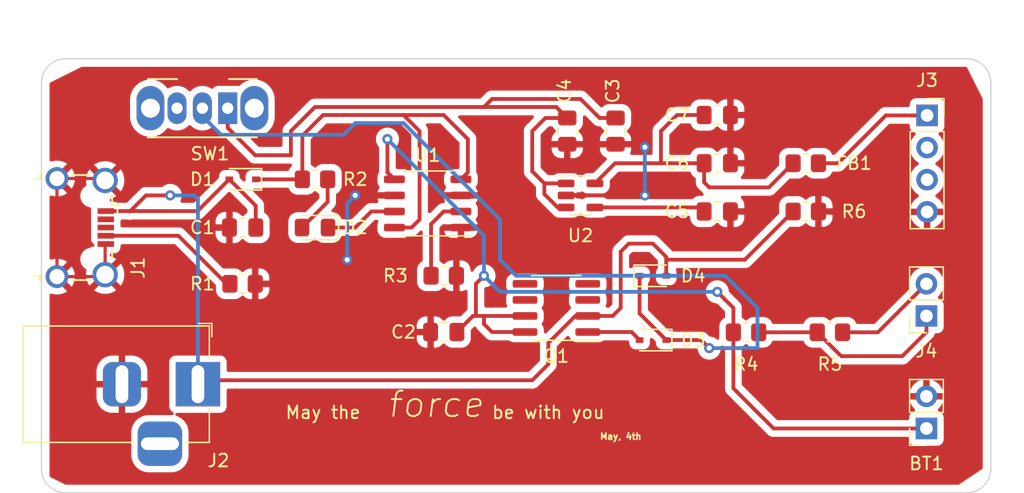
<source format=kicad_pcb>
(kicad_pcb (version 20210228) (generator pcbnew)
  (layers (0 "F.Cu" signal) (31 "B.Cu" signal) (34 "B.Paste" user) (35 "F.Paste" user) (36 "B.SilkS" user "B.Silkscreen") (37 "F.SilkS" user "F.Silkscreen") (38 "B.Mask" user) (39 "F.Mask" user) (44 "Edge.Cuts" user))
  (net 0 "")
  (net 1 "Earth")
  (net 2 "VBAT")
  (net 3 "USB_5V")
  (net 4 "Net-(C3-Pad1)")
  (net 5 "Net-(C5-Pad1)")
  (net 6 "Net-(C6-Pad1)")
  (net 7 "Net-(D1-Pad1)")
  (net 8 "Net-(D2-Pad2)")
  (net 9 "Net-(D2-Pad1)")
  (net 10 "Net-(D3-Pad2)")
  (net 11 "Net-(D3-Pad1)")
  (net 12 "+3V3")
  (net 13 "Net-(J1-Pad4)")
  (net 14 "USB_DP")
  (net 15 "USB_DN")
  (net 16 "Net-(J4-Pad2)")
  (net 17 "Net-(J4-Pad1)")
  (net 18 "Net-(R3-Pad1)")
  (footprint "Capacitor_SMD:C_0805_2012Metric_Pad1.18x1.45mm_HandSolder" (layer "F.Cu") (at 115.57 66.04 180)
    (fp_text reference "C2" (at 3.175 0) (layer "F.SilkS"))
    (fp_text value "10u")
    (fp_line (start -0.261252 -0.735) (end 0.261252 -0.735) (layer "F.SilkS") (width 0.12))
    (fp_line (start -0.261252 0.735) (end 0.261252 0.735) (layer "F.SilkS") (width 0.12))
    (pad "1" smd roundrect (at -1.0375 0 180) (size 1.175 1.45) (layers "F.Cu" "F.Paste" "F.Mask") (roundrect_rratio 0.2127659574468085) (net 2 "VBAT"))
    (pad "2" smd roundrect (at 1.0375 0 180) (size 1.175 1.45) (layers "F.Cu" "F.Paste" "F.Mask") (roundrect_rratio 0.2127659574468085) (net 1 "Earth"))
  )
  (footprint "Capacitor_SMD:C_0805_2012Metric_Pad1.18x1.45mm_HandSolder" (layer "F.Cu") (at 137.16 56.515)
    (fp_text reference "C5" (at -3.175 0) (layer "F.SilkS"))
    (fp_text value "102")
    (fp_line (start -0.261252 0.735) (end 0.261252 0.735) (layer "F.SilkS") (width 0.12))
    (fp_line (start -0.261252 -0.735) (end 0.261252 -0.735) (layer "F.SilkS") (width 0.12))
    (pad "1" smd roundrect (at -1.0375 0) (size 1.175 1.45) (layers "F.Cu" "F.Paste" "F.Mask") (roundrect_rratio 0.2127659574468085) (net 5 "Net-(C5-Pad1)"))
    (pad "2" smd roundrect (at 1.0375 0) (size 1.175 1.45) (layers "F.Cu" "F.Paste" "F.Mask") (roundrect_rratio 0.2127659574468085) (net 1 "Earth"))
  )
  (footprint "Package_TO_SOT_SMD:SOT-23-5" (layer "F.Cu") (at 126.365 55.245)
    (fp_text reference "U2" (at 0 3.175) (layer "F.SilkS"))
    (fp_text value "LD3985M33R_SOT23")
    (fp_line (start 0 -1.56) (end -1.8 -1.56) (layer "F.SilkS") (width 0.12))
    (fp_line (start 0 1.56) (end 0.8 1.56) (layer "F.SilkS") (width 0.12))
    (fp_line (start 0 1.56) (end -0.8 1.56) (layer "F.SilkS") (width 0.12))
    (fp_line (start 0 -1.56) (end 0.8 -1.56) (layer "F.SilkS") (width 0.12))
    (pad "1" smd roundrect (at -1.1375 -0.95) (size 1.325 0.6) (layers "F.Cu" "F.Paste" "F.Mask") (net 4 "Net-(C3-Pad1)"))
    (pad "2" smd roundrect (at -1.1375 0) (size 1.325 0.6) (layers "F.Cu" "F.Paste" "F.Mask") (net 1 "Earth"))
    (pad "3" smd roundrect (at -1.1375 0.95) (size 1.325 0.6) (layers "F.Cu" "F.Paste" "F.Mask") (net 4 "Net-(C3-Pad1)"))
    (pad "4" smd roundrect (at 1.1375 0.95) (size 1.325 0.6) (layers "F.Cu" "F.Paste" "F.Mask") (net 5 "Net-(C5-Pad1)"))
    (pad "5" smd roundrect (at 1.1375 -0.95) (size 1.325 0.6) (layers "F.Cu" "F.Paste" "F.Mask") (net 6 "Net-(C6-Pad1)"))
  )
  (footprint "Resistor_SMD:R_0805_2012Metric_Pad1.20x1.40mm_HandSolder" (layer "F.Cu") (at 144.145 52.705)
    (fp_text reference "FB1" (at 3.81 0) (layer "F.SilkS"))
    (fp_text value "FerriteBead")
    (fp_line (start -0.227064 0.735) (end 0.227064 0.735) (layer "F.SilkS") (width 0.12))
    (fp_line (start -0.227064 -0.735) (end 0.227064 -0.735) (layer "F.SilkS") (width 0.12))
    (pad "1" smd roundrect (at -1 0) (size 1.2 1.4) (layers "F.Cu" "F.Paste" "F.Mask") (roundrect_rratio 0.2083333333333333) (net 6 "Net-(C6-Pad1)"))
    (pad "2" smd roundrect (at 1 0) (size 1.2 1.4) (layers "F.Cu" "F.Paste" "F.Mask") (roundrect_rratio 0.2083333333333333) (net 12 "+3V3"))
  )
  (footprint "Diode_SMD:D_SOD-323" (layer "F.Cu") (at 99.695 53.975 180)
    (fp_text reference "D1" (at 3.175 0) (layer "F.SilkS"))
    (fp_text value "BAT60A")
    (fp_line (start -1.5 -0.85) (end -1.5 0.85) (layer "F.SilkS") (width 0.12))
    (fp_line (start -1.5 0.85) (end 1.05 0.85) (layer "F.SilkS") (width 0.12))
    (fp_line (start -1.5 -0.85) (end 1.05 -0.85) (layer "F.SilkS") (width 0.12))
    (pad "1" smd rect (at -1.05 0 180) (size 0.6 0.45) (layers "F.Cu" "F.Paste" "F.Mask") (net 7 "Net-(D1-Pad1)"))
    (pad "2" smd rect (at 1.05 0 180) (size 0.6 0.45) (layers "F.Cu" "F.Paste" "F.Mask") (net 3 "USB_5V"))
  )
  (footprint "Connector_PinSocket_2.54mm:PinSocket_1x02_P2.54mm_Vertical" (layer "F.Cu") (at 153.67 64.77 180)
    (fp_text reference "J4" (at 0 -2.77) (layer "F.SilkS"))
    (fp_text value "Conn_01x02_Female")
    (fp_line (start 1.33 -1.33) (end 1.33 0) (layer "F.SilkS") (width 0.12))
    (fp_line (start -1.33 1.27) (end 1.33 1.27) (layer "F.SilkS") (width 0.12))
    (fp_line (start -1.33 3.87) (end 1.33 3.87) (layer "F.SilkS") (width 0.12))
    (fp_line (start 0 -1.33) (end 1.33 -1.33) (layer "F.SilkS") (width 0.12))
    (fp_line (start -1.33 1.27) (end -1.33 3.87) (layer "F.SilkS") (width 0.12))
    (fp_line (start 1.33 1.27) (end 1.33 3.87) (layer "F.SilkS") (width 0.12))
    (pad "1" thru_hole rect (at 0 0 180) (size 1.7 1.7) (drill 1) (layers *.Cu *.Mask) (net 17 "Net-(J4-Pad1)"))
    (pad "2" thru_hole oval (at 0 2.54 180) (size 1.7 1.7) (drill 1) (layers *.Cu *.Mask) (net 16 "Net-(J4-Pad2)"))
  )
  (footprint "Capacitor_SMD:C_0805_2012Metric_Pad1.18x1.45mm_HandSolder" (layer "F.Cu") (at 125.32 50.165 -90)
    (fp_text reference "C4" (at -3.175 0.225 90) (layer "F.SilkS"))
    (fp_text value "0.01u")
    (fp_line (start -0.261252 0.735) (end 0.261252 0.735) (layer "F.SilkS") (width 0.12))
    (fp_line (start -0.261252 -0.735) (end 0.261252 -0.735) (layer "F.SilkS") (width 0.12))
    (pad "1" smd roundrect (at -1.0375 0 270) (size 1.175 1.45) (layers "F.Cu" "F.Paste" "F.Mask") (roundrect_rratio 0.2127659574468085) (net 4 "Net-(C3-Pad1)"))
    (pad "2" smd roundrect (at 1.0375 0 270) (size 1.175 1.45) (layers "F.Cu" "F.Paste" "F.Mask") (roundrect_rratio 0.2127659574468085) (net 1 "Earth"))
  )
  (footprint "Capacitor_SMD:C_0805_2012Metric_Pad1.18x1.45mm_HandSolder" (layer "F.Cu") (at 129.13 50.165 -90)
    (fp_text reference "C3" (at -3.175 0.225 90) (layer "F.SilkS"))
    (fp_text value "1u")
    (fp_line (start -0.261252 0.735) (end 0.261252 0.735) (layer "F.SilkS") (width 0.12))
    (fp_line (start -0.261252 -0.735) (end 0.261252 -0.735) (layer "F.SilkS") (width 0.12))
    (pad "1" smd roundrect (at -1.0375 0 270) (size 1.175 1.45) (layers "F.Cu" "F.Paste" "F.Mask") (roundrect_rratio 0.2127659574468085) (net 4 "Net-(C3-Pad1)"))
    (pad "2" smd roundrect (at 1.0375 0 270) (size 1.175 1.45) (layers "F.Cu" "F.Paste" "F.Mask") (roundrect_rratio 0.2127659574468085) (net 1 "Earth"))
  )
  (footprint "Capacitor_SMD:C_0805_2012Metric_Pad1.18x1.45mm_HandSolder" (layer "F.Cu") (at 137.16 52.705)
    (fp_text reference "C6" (at -3.175 0) (layer "F.SilkS"))
    (fp_text value "1u")
    (fp_line (start -0.261252 -0.735) (end 0.261252 -0.735) (layer "F.SilkS") (width 0.12))
    (fp_line (start -0.261252 0.735) (end 0.261252 0.735) (layer "F.SilkS") (width 0.12))
    (pad "1" smd roundrect (at -1.0375 0) (size 1.175 1.45) (layers "F.Cu" "F.Paste" "F.Mask") (roundrect_rratio 0.2127659574468085) (net 6 "Net-(C6-Pad1)"))
    (pad "2" smd roundrect (at 1.0375 0) (size 1.175 1.45) (layers "F.Cu" "F.Paste" "F.Mask") (roundrect_rratio 0.2127659574468085) (net 1 "Earth"))
  )
  (footprint "LED_SMD:LED_0805_2012Metric_Pad1.15x1.40mm_HandSolder" (layer "F.Cu") (at 105.41 57.785 180)
    (fp_text reference "D2" (at -3.175 0) (layer "F.SilkS"))
    (fp_text value "LED")
    (fp_line (start -1.86 -0.96) (end -1.86 0.96) (layer "F.SilkS") (width 0.12))
    (fp_line (start 1 -0.96) (end -1.86 -0.96) (layer "F.SilkS") (width 0.12))
    (fp_line (start -1.86 0.96) (end 1 0.96) (layer "F.SilkS") (width 0.12))
    (pad "1" smd roundrect (at -1.025 0 180) (size 1.15 1.4) (layers "F.Cu" "F.Paste" "F.Mask") (roundrect_rratio 0.2173913043478261) (net 9 "Net-(D2-Pad1)"))
    (pad "2" smd roundrect (at 1.025 0 180) (size 1.15 1.4) (layers "F.Cu" "F.Paste" "F.Mask") (roundrect_rratio 0.2173913043478261) (net 8 "Net-(D2-Pad2)"))
  )
  (footprint "Connector_PinSocket_2.54mm:PinSocket_1x04_P2.54mm_Vertical" (layer "F.Cu") (at 153.72 48.925)
    (fp_text reference "J3" (at 0 -2.77) (layer "F.SilkS"))
    (fp_text value "Conn_01x04_Male")
    (fp_line (start -1.33 1.27) (end -1.33 8.95) (layer "F.SilkS") (width 0.12))
    (fp_line (start 1.33 1.27) (end 1.33 8.95) (layer "F.SilkS") (width 0.12))
    (fp_line (start 1.33 -1.33) (end 1.33 0) (layer "F.SilkS") (width 0.12))
    (fp_line (start -1.33 8.95) (end 1.33 8.95) (layer "F.SilkS") (width 0.12))
    (fp_line (start 0 -1.33) (end 1.33 -1.33) (layer "F.SilkS") (width 0.12))
    (fp_line (start -1.33 1.27) (end 1.33 1.27) (layer "F.SilkS") (width 0.12))
    (pad "1" thru_hole rect (at 0 0) (size 1.7 1.7) (drill 1) (layers *.Cu *.Mask) (net 12 "+3V3"))
    (pad "2" thru_hole oval (at 0 2.54) (size 1.7 1.7) (drill 1) (layers *.Cu *.Mask))
    (pad "3" thru_hole oval (at 0 5.08) (size 1.7 1.7) (drill 1) (layers *.Cu *.Mask))
    (pad "4" thru_hole oval (at 0 7.62) (size 1.7 1.7) (drill 1) (layers *.Cu *.Mask) (net 1 "Earth"))
  )
  (footprint "Resistor_SMD:R_0805_2012Metric_Pad1.20x1.40mm_HandSolder" (layer "F.Cu") (at 144.145 56.515)
    (fp_text reference "R6" (at 3.81 0) (layer "F.SilkS"))
    (fp_text value "1k")
    (fp_line (start -0.227064 -0.735) (end 0.227064 -0.735) (layer "F.SilkS") (width 0.12))
    (fp_line (start -0.227064 0.735) (end 0.227064 0.735) (layer "F.SilkS") (width 0.12))
    (pad "1" smd roundrect (at -1 0) (size 1.2 1.4) (layers "F.Cu" "F.Paste" "F.Mask") (roundrect_rratio 0.2083333333333333) (net 3 "USB_5V"))
    (pad "2" smd roundrect (at 1 0) (size 1.2 1.4) (layers "F.Cu" "F.Paste" "F.Mask") (roundrect_rratio 0.2083333333333333) (net 1 "Earth"))
  )
  (footprint "Diode_SMD:D_SOD-323" (layer "F.Cu") (at 132.08 61.595)
    (fp_text reference "D4" (at 3.175 0) (layer "F.SilkS"))
    (fp_text value "BAT60A")
    (fp_line (start -1.5 -0.85) (end -1.5 0.85) (layer "F.SilkS") (width 0.12))
    (fp_line (start -1.5 -0.85) (end 1.05 -0.85) (layer "F.SilkS") (width 0.12))
    (fp_line (start -1.5 0.85) (end 1.05 0.85) (layer "F.SilkS") (width 0.12))
    (pad "1" smd rect (at -1.05 0) (size 0.6 0.45) (layers "F.Cu" "F.Paste" "F.Mask") (net 11 "Net-(D3-Pad1)"))
    (pad "2" smd rect (at 1.05 0) (size 0.6 0.45) (layers "F.Cu" "F.Paste" "F.Mask") (net 3 "USB_5V"))
  )
  (footprint "Resistor_SMD:R_0805_2012Metric_Pad1.20x1.40mm_HandSolder" (layer "F.Cu") (at 99.695 62.23)
    (fp_text reference "R1" (at -3.175 0) (layer "F.SilkS"))
    (fp_text value "100k")
    (fp_line (start -0.227064 0.735) (end 0.227064 0.735) (layer "F.SilkS") (width 0.12))
    (fp_line (start -0.227064 -0.735) (end 0.227064 -0.735) (layer "F.SilkS") (width 0.12))
    (pad "1" smd roundrect (at -1 0) (size 1.2 1.4) (layers "F.Cu" "F.Paste" "F.Mask") (roundrect_rratio 0.2083333333333333) (net 13 "Net-(J1-Pad4)"))
    (pad "2" smd roundrect (at 1 0) (size 1.2 1.4) (layers "F.Cu" "F.Paste" "F.Mask") (roundrect_rratio 0.2083333333333333) (net 1 "Earth"))
  )
  (footprint "Resistor_SMD:R_0805_2012Metric_Pad1.20x1.40mm_HandSolder" (layer "F.Cu") (at 139.43 66.06)
    (fp_text reference "R4" (at 0 2.52) (layer "F.SilkS"))
    (fp_text value "20k")
    (fp_line (start -0.227064 -0.735) (end 0.227064 -0.735) (layer "F.SilkS") (width 0.12))
    (fp_line (start -0.227064 0.735) (end 0.227064 0.735) (layer "F.SilkS") (width 0.12))
    (pad "1" smd roundrect (at -1 0) (size 1.2 1.4) (layers "F.Cu" "F.Paste" "F.Mask") (roundrect_rratio 0.2083333333333333) (net 2 "VBAT"))
    (pad "2" smd roundrect (at 1 0) (size 1.2 1.4) (layers "F.Cu" "F.Paste" "F.Mask") (roundrect_rratio 0.2083333333333333) (net 17 "Net-(J4-Pad1)"))
  )
  (footprint "Button_Switch_THT:SW_CuK_OS102011MA1QN1_SPDT_Angled" (layer "F.Cu") (at 98.52 48.355 180)
    (fp_text reference "SW1" (at 1.4 -3.6) (layer "F.SilkS"))
    (fp_text value "SW_SPDT")
    (fp_line (start 4 2.3) (end 6.3 2.3) (layer "F.SilkS") (width 0.15))
    (fp_line (start -2.3 2.3) (end -0.1 2.3) (layer "F.SilkS") (width 0.15))
    (fp_line (start -2.3 -2.3) (end 6.3 -2.3) (layer "F.SilkS") (width 0.15))
    (pad "" thru_hole oval (at -2.1 0 180) (size 2.2 3.5) (drill 1.5) (layers *.Cu *.Mask))
    (pad "" thru_hole oval (at 6.1 0 180) (size 2.2 3.5) (drill 1.5) (layers *.Cu *.Mask))
    (pad "1" thru_hole rect (at 0 0 180) (size 1.5 2.5) (drill 0.9) (layers *.Cu *.Mask) (net 4 "Net-(C3-Pad1)"))
    (pad "2" thru_hole oval (at 2 0 180) (size 1.5 2.5) (drill 0.9) (layers *.Cu *.Mask) (net 11 "Net-(D3-Pad1)"))
    (pad "3" thru_hole oval (at 4 0 180) (size 1.5 2.5) (drill 0.9) (layers *.Cu *.Mask))
  )
  (footprint "Resistor_SMD:R_0805_2012Metric_Pad1.20x1.40mm_HandSolder" (layer "F.Cu") (at 115.57 61.595)
    (fp_text reference "R3" (at -3.81 0) (layer "F.SilkS"))
    (fp_text value "4.7k")
    (fp_line (start -0.227064 -0.735) (end 0.227064 -0.735) (layer "F.SilkS") (width 0.12))
    (fp_line (start -0.227064 0.735) (end 0.227064 0.735) (layer "F.SilkS") (width 0.12))
    (pad "1" smd roundrect (at -1 0) (size 1.2 1.4) (layers "F.Cu" "F.Paste" "F.Mask") (roundrect_rratio 0.2083333333333333) (net 18 "Net-(R3-Pad1)"))
    (pad "2" smd roundrect (at 1 0) (size 1.2 1.4) (layers "F.Cu" "F.Paste" "F.Mask") (roundrect_rratio 0.2083333333333333) (net 1 "Earth"))
  )
  (footprint "Capacitor_SMD:C_0805_2012Metric_Pad1.18x1.45mm_HandSolder" (layer "F.Cu") (at 137.16 48.895)
    (fp_text reference "C7" (at -3.175 0) (layer "F.SilkS"))
    (fp_text value "0.01u")
    (fp_line (start -0.261252 -0.735) (end 0.261252 -0.735) (layer "F.SilkS") (width 0.12))
    (fp_line (start -0.261252 0.735) (end 0.261252 0.735) (layer "F.SilkS") (width 0.12))
    (pad "1" smd roundrect (at -1.0375 0) (size 1.175 1.45) (layers "F.Cu" "F.Paste" "F.Mask") (roundrect_rratio 0.2127659574468085) (net 6 "Net-(C6-Pad1)"))
    (pad "2" smd roundrect (at 1.0375 0) (size 1.175 1.45) (layers "F.Cu" "F.Paste" "F.Mask") (roundrect_rratio 0.2127659574468085) (net 1 "Earth"))
  )
  (footprint "Connector_BarrelJack:BarrelJack_Horizontal" (layer "F.Cu") (at 96.17 70.1625)
    (fp_text reference "J2" (at 1.62 6.0375) (layer "F.SilkS"))
    (fp_text value "Barrel_Jack")
    (fp_line (start 0.9 4.6) (end -1 4.6) (layer "F.SilkS") (width 0.12))
    (fp_line (start 0.9 -4.6) (end 0.9 -2) (layer "F.SilkS") (width 0.12))
    (fp_line (start 1.1 -3.75) (end 1.1 -4.8) (layer "F.SilkS") (width 0.12))
    (fp_line (start 0.9 1.9) (end 0.9 4.6) (layer "F.SilkS") (width 0.12))
    (fp_line (start -13.8 4.6) (end -13.8 -4.6) (layer "F.SilkS") (width 0.12))
    (fp_line (start 0.05 -4.8) (end 1.1 -4.8) (layer "F.SilkS") (width 0.12))
    (fp_line (start -5 4.6) (end -13.8 4.6) (layer "F.SilkS") (width 0.12))
    (fp_line (start -13.8 -4.6) (end 0.9 -4.6) (layer "F.SilkS") (width 0.12))
    (pad "1" thru_hole rect (at 0 0) (size 3.5 3.5) (drill oval 1 3) (layers *.Cu *.Mask) (net 3 "USB_5V"))
    (pad "2" thru_hole roundrect (at -6 0) (size 3 3.5) (drill oval 1 3) (layers *.Cu *.Mask) (net 1 "Earth"))
    (pad "3" thru_hole roundrect (at -3 4.7) (size 3.5 3.5) (drill oval 3 1) (layers *.Cu *.Mask))
  )
  (footprint "Diode_SMD:D_SOD-323" (layer "F.Cu") (at 132.08 66.675 180)
    (fp_text reference "D3" (at -3.175 0) (layer "F.SilkS"))
    (fp_text value "BAT60A")
    (fp_line (start -1.5 -0.85) (end 1.05 -0.85) (layer "F.SilkS") (width 0.12))
    (fp_line (start -1.5 0.85) (end 1.05 0.85) (layer "F.SilkS") (width 0.12))
    (fp_line (start -1.5 -0.85) (end -1.5 0.85) (layer "F.SilkS") (width 0.12))
    (pad "1" smd rect (at -1.05 0 180) (size 0.6 0.45) (layers "F.Cu" "F.Paste" "F.Mask") (net 11 "Net-(D3-Pad1)"))
    (pad "2" smd rect (at 1.05 0 180) (size 0.6 0.45) (layers "F.Cu" "F.Paste" "F.Mask") (net 10 "Net-(D3-Pad2)"))
  )
  (footprint "Connector_USB:USB_Micro-B_Wuerth_629105150521_CircularHoles" (layer "F.Cu") (at 86.995 57.785 -90)
    (fp_text reference "J1" (at 3.175 -4.445 90) (layer "F.SilkS"))
    (fp_text value "USB_B_Micro")
    (fp_line (start 1.8 -2.4) (end 2.525 -2.4) (layer "F.SilkS") (width 0.15))
    (fp_line (start -1.075 -2.825) (end -1.8 -2.825) (layer "F.SilkS") (width 0.15))
    (fp_line (start -1.8 -2.4) (end -2.525 -2.4) (layer "F.SilkS") (width 0.15))
    (fp_line (start 4.15 0.75) (end 4.15 -0.65) (layer "F.SilkS") (width 0.15))
    (fp_line (start 4.15 3.3) (end 4.15 3.15) (layer "F.SilkS") (width 0.15))
    (fp_line (start -4.15 -0.65) (end -4.15 0.75) (layer "F.SilkS") (width 0.15))
    (fp_line (start -1.8 -2.825) (end -1.8 -2.4) (layer "F.SilkS") (width 0.15))
    (fp_line (start 3.85 3.75) (end 3.85 3.3) (layer "F.SilkS") (width 0.15))
    (fp_line (start 3.85 3.3) (end 4.15 3.3) (layer "F.SilkS") (width 0.15))
    (fp_line (start -4.15 3.3) (end -3.85 3.3) (layer "F.SilkS") (width 0.15))
    (fp_line (start -3.85 3.3) (end -3.85 3.75) (layer "F.SilkS") (width 0.15))
    (fp_line (start -4.15 3.15) (end -4.15 3.3) (layer "F.SilkS") (width 0.15))
    (pad "" np_thru_hole circle (at -2.5 -0.8 270) (size 0.8 0.8) (drill 0.8) (layers *.Cu *.Mask))
    (pad "" np_thru_hole circle (at 2.5 -0.8 270) (size 0.8 0.8) (drill 0.8) (layers *.Cu *.Mask))
    (pad "1" smd rect (at -1.3 -1.9 270) (size 0.45 1.3) (layers "F.Cu" "F.Paste" "F.Mask") (net 3 "USB_5V"))
    (pad "2" smd rect (at -0.65 -1.9 270) (size 0.45 1.3) (layers "F.Cu" "F.Paste" "F.Mask") (net 15 "USB_DN"))
    (pad "3" smd rect (at 0 -1.9 270) (size 0.45 1.3) (layers "F.Cu" "F.Paste" "F.Mask") (net 14 "USB_DP"))
    (pad "4" smd rect (at 0.65 -1.9 270) (size 0.45 1.3) (layers "F.Cu" "F.Paste" "F.Mask") (net 13 "Net-(J1-Pad4)"))
    (pad "5" smd rect (at 1.3 -1.9 270) (size 0.45 1.3) (layers "F.Cu" "F.Paste" "F.Mask") (net 1 "Earth"))
    (pad "6" thru_hole circle (at 3.875 1.95 270) (size 1.8 1.8) (drill 1.2) (layers *.Cu *.Mask) (net 1 "Earth"))
    (pad "6" thru_hole circle (at -3.725 -1.85 270) (size 2 2) (drill 1.4) (layers *.Cu *.Mask) (net 1 "Earth"))
    (pad "6" thru_hole circle (at 3.725 -1.85 270) (size 2 2) (drill 1.4) (layers *.Cu *.Mask) (net 1 "Earth"))
    (pad "6" thru_hole circle (at -3.875 1.95 270) (size 1.8 1.8) (drill 1.2) (layers *.Cu *.Mask) (net 1 "Earth"))
  )
  (footprint "Capacitor_SMD:C_0805_2012Metric_Pad1.18x1.45mm_HandSolder" (layer "F.Cu") (at 99.695 57.785 180)
    (fp_text reference "C1" (at 3.175 0) (layer "F.SilkS"))
    (fp_text value "10u")
    (fp_line (start -0.261252 -0.735) (end 0.261252 -0.735) (layer "F.SilkS") (width 0.12))
    (fp_line (start -0.261252 0.735) (end 0.261252 0.735) (layer "F.SilkS") (width 0.12))
    (pad "1" smd roundrect (at -1.0375 0 180) (size 1.175 1.45) (layers "F.Cu" "F.Paste" "F.Mask") (roundrect_rratio 0.2127659574468085) (net 3 "USB_5V"))
    (pad "2" smd roundrect (at 1.0375 0 180) (size 1.175 1.45) (layers "F.Cu" "F.Paste" "F.Mask") (roundrect_rratio 0.2127659574468085) (net 1 "Earth"))
  )
  (footprint "Resistor_SMD:R_0805_2012Metric_Pad1.20x1.40mm_HandSolder" (layer "F.Cu") (at 105.41 53.975)
    (fp_text reference "R2" (at 3.175 0) (layer "F.SilkS"))
    (fp_text value "1k")
    (fp_line (start -0.227064 -0.735) (end 0.227064 -0.735) (layer "F.SilkS") (width 0.12))
    (fp_line (start -0.227064 0.735) (end 0.227064 0.735) (layer "F.SilkS") (width 0.12))
    (pad "1" smd roundrect (at -1 0) (size 1.2 1.4) (layers "F.Cu" "F.Paste" "F.Mask") (roundrect_rratio 0.2083333333333333) (net 7 "Net-(D1-Pad1)"))
    (pad "2" smd roundrect (at 1 0) (size 1.2 1.4) (layers "F.Cu" "F.Paste" "F.Mask") (roundrect_rratio 0.2083333333333333) (net 8 "Net-(D2-Pad2)"))
  )
  (footprint "Package_SO:SOP-8_3.9x4.9mm_P1.27mm" (layer "F.Cu") (at 114.3 55.88 180)
    (fp_text reference "U1" (at 0 3.81) (layer "F.SilkS"))
    (fp_text value "TP4056")
    (fp_line (start 0 2.56) (end 1.95 2.56) (layer "F.SilkS") (width 0.12))
    (fp_line (start 0 2.56) (end -1.95 2.56) (layer "F.SilkS") (width 0.12))
    (fp_line (start 0 -2.56) (end 1.95 -2.56) (layer "F.SilkS") (width 0.12))
    (fp_line (start 0 -2.56) (end -3.45 -2.56) (layer "F.SilkS") (width 0.12))
    (pad "1" smd roundrect (at -2.625 -1.905 180) (size 1.65 0.6) (layers "F.Cu" "F.Paste" "F.Mask") (net 1 "Earth"))
    (pad "2" smd roundrect (at -2.625 -0.635 180) (size 1.65 0.6) (layers "F.Cu" "F.Paste" "F.Mask") (net 18 "Net-(R3-Pad1)"))
    (pad "3" smd roundrect (at -2.625 0.635 180) (size 1.65 0.6) (layers "F.Cu" "F.Paste" "F.Mask") (net 1 "Earth"))
    (pad "4" smd roundrect (at -2.625 1.905 180) (size 1.65 0.6) (layers "F.Cu" "F.Paste" "F.Mask") (net 7 "Net-(D1-Pad1)"))
    (pad "5" smd roundrect (at 2.625 1.905 180) (size 1.65 0.6) (layers "F.Cu" "F.Paste" "F.Mask") (net 2 "VBAT"))
    (pad "6" smd roundrect (at 2.625 0.635 180) (size 1.65 0.6) (layers "F.Cu" "F.Paste" "F.Mask") (net 1 "Earth"))
    (pad "7" smd roundrect (at 2.625 -0.635 180) (size 1.65 0.6) (layers "F.Cu" "F.Paste" "F.Mask") (net 9 "Net-(D2-Pad1)"))
    (pad "8" smd roundrect (at 2.625 -1.905 180) (size 1.65 0.6) (layers "F.Cu" "F.Paste" "F.Mask") (net 7 "Net-(D1-Pad1)"))
  )
  (footprint "Resistor_SMD:R_0805_2012Metric_Pad1.20x1.40mm_HandSolder" (layer "F.Cu") (at 146.05 66.06)
    (fp_text reference "R5" (at 0 2.52) (layer "F.SilkS"))
    (fp_text value "51k")
    (fp_line (start -0.227064 -0.735) (end 0.227064 -0.735) (layer "F.SilkS") (width 0.12))
    (fp_line (start -0.227064 0.735) (end 0.227064 0.735) (layer "F.SilkS") (width 0.12))
    (pad "1" smd roundrect (at -1 0) (size 1.2 1.4) (layers "F.Cu" "F.Paste" "F.Mask") (roundrect_rratio 0.2083333333333333) (net 17 "Net-(J4-Pad1)"))
    (pad "2" smd roundrect (at 1 0) (size 1.2 1.4) (layers "F.Cu" "F.Paste" "F.Mask") (roundrect_rratio 0.2083333333333333) (net 16 "Net-(J4-Pad2)"))
  )
  (footprint "Connector_PinSocket_2.54mm:PinSocket_1x02_P2.54mm_Vertical" (layer "F.Cu") (at 153.67 73.66 180)
    (fp_text reference "BT1" (at 0 -2.77) (layer "F.SilkS"))
    (fp_text value "Battery")
    (fp_line (start 1.33 -1.33) (end 1.33 0) (layer "F.SilkS") (width 0.12))
    (fp_line (start 0 -1.33) (end 1.33 -1.33) (layer "F.SilkS") (width 0.12))
    (fp_line (start -1.33 1.27) (end 1.33 1.27) (layer "F.SilkS") (width 0.12))
    (fp_line (start -1.33 3.87) (end 1.33 3.87) (layer "F.SilkS") (width 0.12))
    (fp_line (start -1.33 1.27) (end -1.33 3.87) (layer "F.SilkS") (width 0.12))
    (fp_line (start 1.33 1.27) (end 1.33 3.87) (layer "F.SilkS") (width 0.12))
    (pad "1" thru_hole rect (at 0 0 180) (size 1.7 1.7) (drill 1) (layers *.Cu *.Mask) (net 2 "VBAT"))
    (pad "2" thru_hole oval (at 0 2.54 180) (size 1.7 1.7) (drill 1) (layers *.Cu *.Mask) (net 1 "Earth"))
  )
  (footprint "Package_SO:SOIC-8_3.9x4.9mm_P1.27mm" (layer "F.Cu") (at 124.46 64.135 180)
    (fp_text reference "Q1" (at 0 -3.81) (layer "F.SilkS"))
    (fp_text value "STS2DNE60")
    (fp_line (start 0 2.56) (end 1.95 2.56) (layer "F.SilkS") (width 0.12))
    (fp_line (start 0 2.56) (end -1.95 2.56) (layer "F.SilkS") (width 0.12))
    (fp_line (start 0 -2.56) (end -3.45 -2.56) (layer "F.SilkS") (width 0.12))
    (fp_line (start 0 -2.56) (end 1.95 -2.56) (layer "F.SilkS") (width 0.12))
    (pad "1" smd roundrect (at -2.475 -1.905 180) (size 1.95 0.6) (layers "F.Cu" "F.Paste" "F.Mask") (net 10 "Net-(D3-Pad2)"))
    (pad "2" smd roundrect (at -2.475 -0.635 180) (size 1.95 0.6) (layers "F.Cu" "F.Paste" "F.Mask") (net 3 "USB_5V"))
    (pad "3" smd roundrect (at -2.475 0.635 180) (size 1.95 0.6) (layers "F.Cu" "F.Paste" "F.Mask"))
    (pad "4" smd roundrect (at -2.475 1.905 180) (size 1.95 0.6) (layers "F.Cu" "F.Paste" "F.Mask"))
    (pad "5" smd roundrect (at 2.475 1.905 180) (size 1.95 0.6) (layers "F.Cu" "F.Paste" "F.Mask"))
    (pad "6" smd roundrect (at 2.475 0.635 180) (size 1.95 0.6) (layers "F.Cu" "F.Paste" "F.Mask"))
    (pad "7" smd roundrect (at 2.475 -0.635 180) (size 1.95 0.6) (layers "F.Cu" "F.Paste" "F.Mask") (net 2 "VBAT"))
    (pad "8" smd roundrect (at 2.475 -1.905 180) (size 1.95 0.6) (layers "F.Cu" "F.Paste" "F.Mask") (net 2 "VBAT"))
  )
  (gr_arc (start 85.725 76.835) (end 85.725 78.74) (angle 90) (layer "Edge.Cuts") (width 0.1))
  (gr_arc (start 156.845 76.835) (end 156.845 78.74) (angle -90) (layer "Edge.Cuts") (width 0.1))
  (gr_line (start 83.82 76.835) (end 83.82 46.355) (layer "Edge.Cuts") (width 0.1))
  (gr_line (start 158.75 76.835) (end 158.75 46.355) (layer "Edge.Cuts") (width 0.1))
  (gr_arc (start 156.845 46.355) (end 156.845 44.45) (angle 90) (layer "Edge.Cuts") (width 0.1))
  (gr_line (start 156.845 78.74) (end 85.725 78.74) (layer "Edge.Cuts") (width 0.1))
  (gr_line (start 85.725 44.45) (end 156.845 44.45) (layer "Edge.Cuts") (width 0.1))
  (gr_arc (start 85.725 46.355) (end 85.725 44.45) (angle -90) (layer "Edge.Cuts") (width 0.1))
  (gr_text "May the" (at 106.045 72.39) (layer "F.SilkS") (effects (font (size 1 1))))
  (gr_text "be with you" (at 123.825 72.39) (layer "F.SilkS") (effects (font (size 1 1))))
  (gr_text "May, 4th" (at 129.54 74.295) (layer "F.SilkS") (effects (font (size 0.5 0.5) (thickness 0.125))))
  (gr_text "force\n" (at 114.935 71.755) (layer "F.SilkS") (effects (font (size 2 2) (thickness 0.15) italic)))
  (segment (start 85.045 53.91) (end 88.695 53.91) (width 0.25) (layer "F.Cu") (net 1))
  (segment (start 111.675 55.245) (end 108.585 55.245) (width 0.3) (layer "F.Cu") (net 1))
  (segment (start 125.2275 55.245) (end 131.445 55.245) (width 0.3) (layer "F.Cu") (net 1))
  (segment (start 153.69 56.515) (end 153.72 56.545) (width 0.3) (layer "F.Cu") (net 1))
  (segment (start 131.2125 51.2025) (end 131.445 51.435) (width 0.3) (layer "F.Cu") (net 1))
  (segment (start 88.845 59.135) (end 88.895 59.085) (width 0.25) (layer "F.Cu") (net 1))
  (segment (start 85.045 61.66) (end 88.695 61.66) (width 0.25) (layer "F.Cu") (net 1))
  (segment (start 88.695 61.66) (end 88.845 61.51) (width 0.25) (layer "F.Cu") (net 1))
  (segment (start 85.195 61.51) (end 85.045 61.66) (width 0.25) (layer "F.Cu") (net 1))
  (segment (start 85.045 53.91) (end 85.045 61.66) (width 0.25) (layer "F.Cu") (net 1))
  (segment (start 88.695 53.91) (end 88.845 54.06) (width 0.25) (layer "F.Cu") (net 1))
  (segment (start 85.195 54.06) (end 85.045 53.91) (width 0.25) (layer "F.Cu") (net 1))
  (segment (start 88.845 61.51) (end 88.845 59.135) (width 0.25) (layer "F.Cu") (net 1))
  (via (at 107.95 60.325) (size 0.8) (drill 0.4) (layers "F.Cu" "B.Cu") (net 1))
  (via (at 131.445 55.245) (size 0.8) (drill 0.4) (layers "F.Cu" "B.Cu") (net 1))
  (via (at 131.445 51.435) (size 0.8) (drill 0.4) (layers "F.Cu" "B.Cu") (net 1))
  (via (at 108.585 55.245) (size 0.8) (drill 0.4) (layers "F.Cu" "B.Cu") (net 1))
  (segment (start 108.585 55.245) (end 107.95 55.88) (width 0.3) (layer "B.Cu") (net 1))
  (segment (start 131.445 53.34) (end 131.445 51.435) (width 0.3) (layer "B.Cu") (net 1))
  (segment (start 131.445 55.245) (end 131.445 53.34) (width 0.3) (layer "B.Cu") (net 1))
  (segment (start 107.95 55.88) (end 107.95 60.325) (width 0.3) (layer "B.Cu") (net 1))
  (segment (start 118.745 61.595) (end 118.11 62.23) (width 0.3) (layer "F.Cu") (net 2))
  (segment (start 141.605 73.66) (end 138.43 70.485) (width 0.3) (layer "F.Cu") (net 2))
  (segment (start 138.43 70.485) (end 138.43 66.06) (width 0.3) (layer "F.Cu") (net 2))
  (segment (start 119.38 66.04) (end 118.745 65.405) (width 0.3) (layer "F.Cu") (net 2))
  (segment (start 138.43 64.135) (end 138.43 66.06) (width 0.3) (layer "F.Cu") (net 2))
  (segment (start 117.8775 64.77) (end 116.6075 66.04) (width 0.3) (layer "F.Cu") (net 2))
  (segment (start 153.67 73.66) (end 141.605 73.66) (width 0.3) (layer "F.Cu") (net 2))
  (segment (start 121.985 66.04) (end 119.38 66.04) (width 0.3) (layer "F.Cu") (net 2))
  (segment (start 111.125 53.425) (end 111.675 53.975) (width 0.3) (layer "F.Cu") (net 2))
  (segment (start 121.985 64.77) (end 118.745 64.77) (width 0.3) (layer "F.Cu") (net 2))
  (segment (start 111.125 50.8) (end 111.125 53.425) (width 0.3) (layer "F.Cu") (net 2))
  (segment (start 118.11 62.23) (end 118.11 64.77) (width 0.3) (layer "F.Cu") (net 2))
  (segment (start 118.745 65.405) (end 118.745 64.77) (width 0.3) (layer "F.Cu") (net 2))
  (segment (start 137.16 62.865) (end 138.43 64.135) (width 0.3) (layer "F.Cu") (net 2))
  (segment (start 118.745 64.77) (end 117.8775 64.77) (width 0.3) (layer "F.Cu") (net 2))
  (via (at 118.745 61.595) (size 0.8) (drill 0.4) (layers "F.Cu" "B.Cu") (net 2))
  (via (at 111.125 50.8) (size 0.8) (drill 0.4) (layers "F.Cu" "B.Cu") (net 2))
  (via (at 137.16 62.865) (size 0.8) (drill 0.4) (layers "F.Cu" "B.Cu") (net 2))
  (segment (start 120.015 62.865) (end 134.62 62.865) (width 0.3) (layer "B.Cu") (net 2))
  (segment (start 118.745 58.42) (end 118.745 61.595) (width 0.3) (layer "B.Cu") (net 2))
  (segment (start 111.125 50.8) (end 118.745 58.42) (width 0.3) (layer "B.Cu") (net 2))
  (segment (start 118.745 61.595) (end 120.015 62.865) (width 0.3) (layer "B.Cu") (net 2))
  (segment (start 134.62 62.865) (end 137.16 62.865) (width 0.3) (layer "B.Cu") (net 2))
  (segment (start 143.145 56.515) (end 139.335 60.325) (width 0.3) (layer "F.Cu") (net 3))
  (segment (start 100.7325 57.785) (end 100.7325 56.0625) (width 0.3) (layer "F.Cu") (net 3))
  (segment (start 93.98 55.245) (end 92.075 55.245) (width 0.3) (layer "F.Cu") (net 3))
  (segment (start 123.825 66.905) (end 125.96 64.77) (width 0.3) (layer "F.Cu") (net 3))
  (segment (start 100.7325 56.0625) (end 98.645 53.975) (width 0.3) (layer "F.Cu") (net 3))
  (segment (start 132.08 59.055) (end 133.13 60.105) (width 0.3) (layer "F.Cu") (net 3))
  (segment (start 123.825 68.58) (end 123.825 66.905) (width 0.3) (layer "F.Cu") (net 3))
  (segment (start 122.555 69.85) (end 123.825 68.58) (width 0.3) (layer "F.Cu") (net 3))
  (segment (start 126.935 64.77) (end 128.905 64.77) (width 0.3) (layer "F.Cu") (net 3))
  (segment (start 129.54 64.135) (end 129.54 59.69) (width 0.3) (layer "F.Cu") (net 3))
  (segment (start 96.17 69.85) (end 122.555 69.85) (width 0.3) (layer "F.Cu") (net 3))
  (segment (start 133.13 60.105) (end 133.13 61.595) (width 0.3) (layer "F.Cu") (net 3))
  (segment (start 128.905 64.77) (end 129.54 64.135) (width 0.3) (layer "F.Cu") (net 3))
  (segment (start 88.895 56.485) (end 93.375 56.485) (width 0.3) (layer "F.Cu") (net 3))
  (segment (start 139.335 60.325) (end 133.35 60.325) (width 0.3) (layer "F.Cu") (net 3))
  (segment (start 129.54 59.69) (end 130.175 59.055) (width 0.3) (layer "F.Cu") (net 3))
  (segment (start 130.175 59.055) (end 132.08 59.055) (width 0.3) (layer "F.Cu") (net 3))
  (segment (start 125.96 64.77) (end 126.935 64.77) (width 0.3) (layer "F.Cu") (net 3))
  (segment (start 93.375 56.485) (end 96.135 56.485) (width 0.3) (layer "F.Cu") (net 3))
  (segment (start 96.135 56.485) (end 98.645 53.975) (width 0.3) (layer "F.Cu") (net 3))
  (segment (start 92.075 55.245) (end 90.805 56.515) (width 0.3) (layer "F.Cu") (net 3))
  (via (at 93.98 55.245) (size 0.8) (drill 0.4) (layers "F.Cu" "B.Cu") (net 3))
  (segment (start 95.885 55.245) (end 93.98 55.245) (width 0.3) (layer "B.Cu") (net 3))
  (segment (start 96.17 69.85) (end 96.17 55.53) (width 0.3) (layer "B.Cu") (net 3))
  (segment (start 96.17 55.53) (end 95.885 55.245) (width 0.3) (layer "B.Cu") (net 3))
  (segment (start 123.51 54.295) (end 125.2275 54.295) (width 0.3) (layer "F.Cu") (net 4))
  (segment (start 127.8675 49.1275) (end 126.365 47.625) (width 0.3) (layer "F.Cu") (net 4))
  (segment (start 124.4525 48.26) (end 118.745 48.26) (width 0.3) (layer "F.Cu") (net 4))
  (segment (start 125.32 49.1275) (end 123.5925 49.1275) (width 0.3) (layer "F.Cu") (net 4))
  (segment (start 129.13 49.1275) (end 127.8675 49.1275) (width 0.3) (layer "F.Cu") (net 4))
  (segment (start 100.685 52.07) (end 98.52 49.905) (width 0.3) (layer "F.Cu") (net 4))
  (segment (start 103.505 50.165) (end 103.505 52.07) (width 0.3) (layer "F.Cu") (net 4))
  (segment (start 126.365 47.625) (end 119.38 47.625) (width 0.3) (layer "F.Cu") (net 4))
  (segment (start 103.505 52.07) (end 100.685 52.07) (width 0.3) (layer "F.Cu") (net 4))
  (segment (start 125.32 49.1275) (end 124.4525 48.26) (width 0.3) (layer "F.Cu") (net 4))
  (segment (start 119.38 47.625) (end 118.745 48.26) (width 0.3) (layer "F.Cu") (net 4))
  (segment (start 123.51 55.14) (end 124.565 56.195) (width 0.3) (layer "F.Cu") (net 4))
  (segment (start 122.555 53.34) (end 123.51 54.295) (width 0.3) (layer "F.Cu") (net 4))
  (segment (start 122.555 50.165) (end 122.555 53.34) (width 0.3) (layer "F.Cu") (net 4))
  (segment (start 123.51 54.295) (end 123.51 55.14) (width 0.3) (layer "F.Cu") (net 4))
  (segment (start 105.41 48.26) (end 103.505 50.165) (width 0.3) (layer "F.Cu") (net 4))
  (segment (start 98.52 49.905) (end 98.52 48.355) (width 0.3) (layer "F.Cu") (net 4))
  (segment (start 118.745 48.26) (end 105.41 48.26) (width 0.3) (layer "F.Cu") (net 4))
  (segment (start 123.5925 49.1275) (end 122.555 50.165) (width 0.3) (layer "F.Cu") (net 4))
  (segment (start 124.565 56.195) (end 125.2275 56.195) (width 0.3) (layer "F.Cu") (net 4))
  (segment (start 135.8025 56.195) (end 136.1225 56.515) (width 0.3) (layer "F.Cu") (net 5))
  (segment (start 127.5025 56.195) (end 135.8025 56.195) (width 0.3) (layer "F.Cu") (net 5))
  (segment (start 133.985 48.895) (end 132.715 50.165) (width 0.3) (layer "F.Cu") (net 6))
  (segment (start 143.145 52.705) (end 141.24 54.61) (width 0.3) (layer "F.Cu") (net 6))
  (segment (start 141.24 54.61) (end 136.525 54.61) (width 0.3) (layer "F.Cu") (net 6))
  (segment (start 136.1225 48.895) (end 133.985 48.895) (width 0.3) (layer "F.Cu") (net 6))
  (segment (start 132.715 50.165) (end 132.715 52.705) (width 0.3) (layer "F.Cu") (net 6))
  (segment (start 136.1225 52.705) (end 129.0925 52.705) (width 0.3) (layer "F.Cu") (net 6))
  (segment (start 129.0925 52.705) (end 127.5025 54.295) (width 0.3) (layer "F.Cu") (net 6))
  (segment (start 136.525 54.61) (end 136.1225 54.2075) (width 0.3) (layer "F.Cu") (net 6))
  (segment (start 136.1225 54.2075) (end 136.1225 52.705) (width 0.3) (layer "F.Cu") (net 6))
  (segment (start 113.665 57.15) (end 113.03 57.785) (width 0.3) (layer "F.Cu") (net 7))
  (segment (start 117.475 50.8) (end 115.57 48.895) (width 0.3) (layer "F.Cu") (net 7))
  (segment (start 113.03 57.785) (end 111.675 57.785) (width 0.3) (layer "F.Cu") (net 7))
  (segment (start 115.57 48.895) (end 112.395 48.895) (width 0.3) (layer "F.Cu") (net 7))
  (segment (start 112.395 48.895) (end 113.665 50.165) (width 0.3) (layer "F.Cu") (net 7))
  (segment (start 100.745 53.975) (end 104.41 53.975) (width 0.3) (layer "F.Cu") (net 7))
  (segment (start 104.41 53.975) (end 104.41 50.53) (width 0.3) (layer "F.Cu") (net 7))
  (segment (start 117.475 53.425) (end 117.475 50.8) (width 0.3) (layer "F.Cu") (net 7))
  (segment (start 104.41 50.53) (end 106.045 48.895) (width 0.3) (layer "F.Cu") (net 7))
  (segment (start 113.665 50.165) (end 113.665 57.15) (width 0.3) (layer "F.Cu") (net 7))
  (segment (start 106.045 48.895) (end 112.395 48.895) (width 0.3) (layer "F.Cu") (net 7))
  (segment (start 116.925 53.975) (end 117.475 53.425) (width 0.3) (layer "F.Cu") (net 7))
  (segment (start 106.41 53.975) (end 106.41 55.76) (width 0.3) (layer "F.Cu") (net 8))
  (segment (start 106.41 55.76) (end 104.385 57.785) (width 0.3) (layer "F.Cu") (net 8))
  (segment (start 106.435 57.785) (end 108.585 57.785) (width 0.3) (layer "F.Cu") (net 9))
  (segment (start 108.585 57.785) (end 109.855 56.515) (width 0.3) (layer "F.Cu") (net 9))
  (segment (start 109.855 56.515) (end 111.675 56.515) (width 0.3) (layer "F.Cu") (net 9))
  (segment (start 126.935 66.04) (end 130.395 66.04) (width 0.3) (layer "F.Cu") (net 10))
  (segment (start 130.395 66.04) (end 131.03 66.675) (width 0.3) (layer "F.Cu") (net 10))
  (segment (start 133.13 66.675) (end 135.89 66.675) (width 0.3) (layer "F.Cu") (net 11))
  (segment (start 131.03 61.595) (end 131.03 64.575) (width 0.3) (layer "F.Cu") (net 11))
  (segment (start 131.03 64.575) (end 133.13 66.675) (width 0.3) (layer "F.Cu") (net 11))
  (segment (start 135.89 66.675) (end 136.525 67.31) (width 0.3) (layer "F.Cu") (net 11))
  (via (at 136.525 67.31) (size 0.8) (drill 0.4) (layers "F.Cu" "B.Cu") (net 11))
  (segment (start 112.395 49.53) (end 120.015 57.15) (width 0.3) (layer "B.Cu") (net 11))
  (segment (start 137.795 61.595) (end 139.7 63.5) (width 0.3) (layer "B.Cu") (net 11))
  (segment (start 97.9904 50.45452) (end 107.66048 50.45452) (width 0.3) (layer "B.Cu") (net 11))
  (segment (start 96.52 48.355) (end 96.52 48.98412) (width 0.3) (layer "B.Cu") (net 11))
  (segment (start 139.7 63.5) (end 140.335 64.135) (width 0.3) (layer "B.Cu") (net 11))
  (segment (start 137.16 61.595) (end 137.795 61.595) (width 0.3) (layer "B.Cu") (net 11))
  (segment (start 96.52 48.98412) (end 97.9904 50.45452) (width 0.3) (layer "B.Cu") (net 11))
  (segment (start 108.585 49.53) (end 112.395 49.53) (width 0.3) (layer "B.Cu") (net 11))
  (segment (start 120.015 57.15) (end 120.015 60.325) (width 0.3) (layer "B.Cu") (net 11))
  (segment (start 140.335 67.31) (end 136.525 67.31) (width 0.3) (layer "B.Cu") (net 11))
  (segment (start 120.015 60.325) (end 121.285 61.595) (width 0.3) (layer "B.Cu") (net 11))
  (segment (start 107.66048 50.45452) (end 108.585 49.53) (width 0.3) (layer "B.Cu") (net 11))
  (segment (start 140.335 64.135) (end 140.335 67.31) (width 0.3) (layer "B.Cu") (net 11))
  (segment (start 121.285 61.595) (end 137.16 61.595) (width 0.3) (layer "B.Cu") (net 11))
  (segment (start 145.145 52.705) (end 146.685 52.705) (width 0.3) (layer "F.Cu") (net 12))
  (segment (start 150.465 48.925) (end 153.72 48.925) (width 0.3) (layer "F.Cu") (net 12))
  (segment (start 146.685 52.705) (end 150.465 48.925) (width 0.3) (layer "F.Cu") (net 12))
  (segment (start 94.63 58.435) (end 98.425 62.23) (width 0.3) (layer "F.Cu") (net 13))
  (segment (start 88.895 58.435) (end 94.63 58.435) (width 0.3) (layer "F.Cu") (net 13))
  (segment (start 147.05 66.06) (end 149.84 66.06) (width 0.3) (layer "F.Cu") (net 16))
  (segment (start 149.84 66.06) (end 153.67 62.23) (width 0.3) (layer "F.Cu") (net 16))
  (segment (start 146.935 67.945) (end 151.765 67.945) (width 0.3) (layer "F.Cu") (net 17))
  (segment (start 153.67 66.04) (end 153.67 64.77) (width 0.3) (layer "F.Cu") (net 17))
  (segment (start 140.43 66.06) (end 145.05 66.06) (width 0.3) (layer "F.Cu") (net 17))
  (segment (start 151.765 67.945) (end 153.67 66.04) (width 0.3) (layer "F.Cu") (net 17))
  (segment (start 145.05 66.06) (end 146.935 67.945) (width 0.3) (layer "F.Cu") (net 17))
  (segment (start 114.57 57.515) (end 114.57 61.595) (width 0.3) (layer "F.Cu") (net 18))
  (segment (start 115.57 56.515) (end 114.57 57.515) (width 0.3) (layer "F.Cu") (net 18))
  (segment (start 116.925 56.515) (end 115.57 56.515) (width 0.3) (layer "F.Cu") (net 18))
  (zone (net 1) (net_name "Earth") (layer "F.Cu") (name "Eartg") (connect_pads (clearance 0.508)) (min_thickness 0.254) (fill yes (thermal_gap 0.508) (thermal_bridge_width 0.508))
    (polygon (pts (xy 158.115 47.625) (xy 158.115 76.835) (xy 156.21 78.105) (xy 85.725 78.105) (xy 84.455 77.47) (xy 84.455 46.355) (xy 86.995 45.085) (xy 156.845 45.085)))
  )
)
</source>
